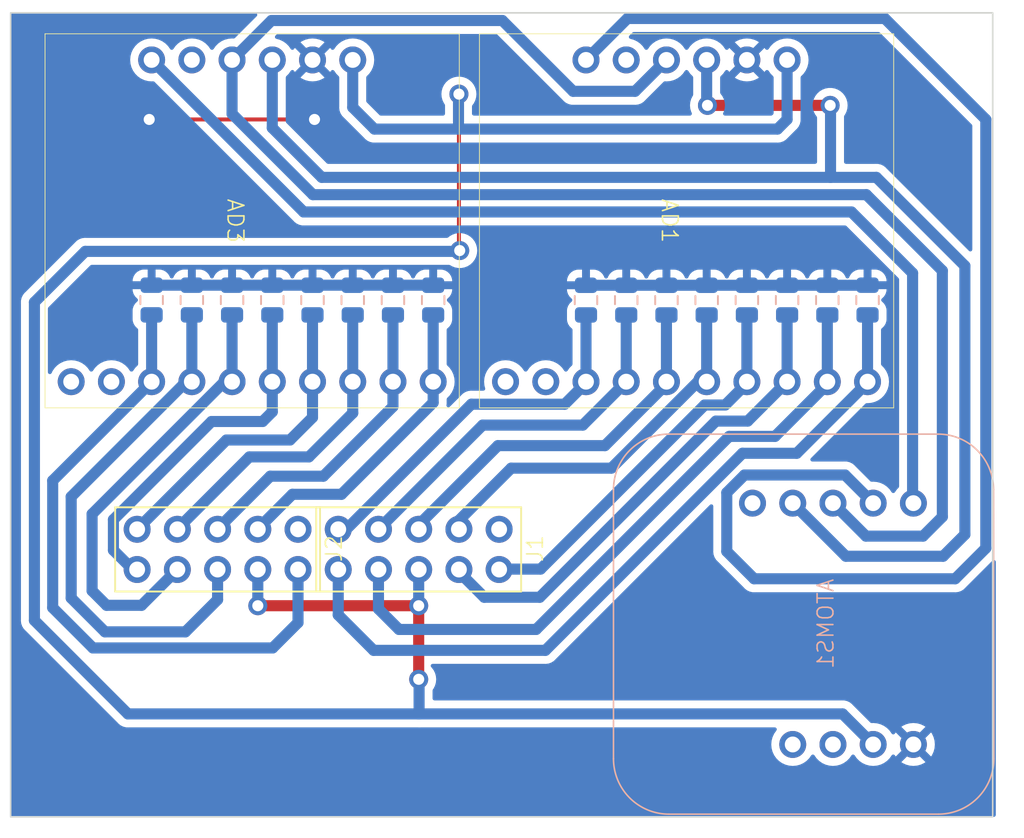
<source format=kicad_pcb>
(kicad_pcb (version 20221018) (generator pcbnew)
  (layers (0 "F.Cu" signal) (31 "B.Cu" signal) (34 "B.Paste" user) (35 "F.Paste" user) (36 "B.SilkS" user "B.Silkscreen") (37 "F.SilkS" user "F.Silkscreen") (38 "B.Mask" user) (39 "F.Mask" user) (44 "Edge.Cuts" user))
  (net 0 "")
  (net 1 "/1_I07")
  (net 2 "/1_I06")
  (net 3 "/1_I05")
  (net 4 "/1_I04")
  (net 5 "+5V")
  (net 6 "/1_I03")
  (net 7 "/1_I02")
  (net 8 "/1_I01")
  (net 9 "/1_I00")
  (net 11 "/2_I07")
  (net 12 "/2_I06")
  (net 13 "/2_I05")
  (net 14 "/2_I04")
  (net 15 "/2_I03")
  (net 16 "/2_I02")
  (net 17 "/2_I00")
  (net 19 "GND2")
  (net 20 "/SCL")
  (net 21 "/SDA")
  (net 22 "/2_I01")
  (net 24 "/G7")
  (net 30 "/G8")
  (footprint "EC_Buying_AD5593:EC Buying AD5593" (layer "F.Cu") (at 52.7304 61.6712 -90)
    (fp_text reference "AD1" (at 0 -10.366 -90 unlocked) (layer "F.SilkS") (effects (font (thickness 0.1))))
    (fp_text value "~")
    (fp_line (start -11.811 -24.511) (end -11.811 1.651) (stroke (width 0.05)) (layer "F.SilkS"))
    (fp_line (start -11.811 -24.511) (end 11.811 -24.511) (stroke (width 0.05)) (layer "F.SilkS"))
    (fp_line (start 11.811 -24.511) (end 11.811 1.651) (stroke (width 0.05)) (layer "F.SilkS"))
    (fp_line (start 11.811 1.651) (end -11.811 1.651) (stroke (width 0.05)) (layer "F.SilkS"))
    (pad "1" thru_hole circle (at -10.16 -17.78 270) (size 1.7 1.7) (drill 1) (layers "*.Cu" "*.Mask") (net 5 "+5V"))
    (pad "2" thru_hole circle (at -10.16 -15.24 270) (size 1.7 1.7) (drill 1) (layers "*.Cu" "*.Mask") (net 19 "GND2"))
    (pad "3" thru_hole circle (at -10.16 -12.7 270) (size 1.7 1.7) (drill 1) (layers "*.Cu" "*.Mask") (net 20 "/SCL"))
    (pad "4" thru_hole circle (at -10.16 -10.16 270) (size 1.7 1.7) (drill 1) (layers "*.Cu" "*.Mask") (net 21 "/SDA"))
    (pad "5" thru_hole circle (at -10.16 -7.62 270) (size 1.7 1.7) (drill 1) (layers "*.Cu" "*.Mask"))
    (pad "6" thru_hole circle (at -10.16 -5.08 270) (size 1.7 1.7) (drill 1) (layers "*.Cu" "*.Mask") (net 24 "/G7"))
    (pad "7" thru_hole circle (at 10.16 0 270) (size 1.7 1.7) (drill 1) (layers "*.Cu" "*.Mask"))
    (pad "8" thru_hole circle (at 10.16 -2.54 270) (size 1.7 1.7) (drill 1) (layers "*.Cu" "*.Mask"))
    (pad "9" thru_hole circle (at 10.16 -5.08 270) (size 1.7 1.7) (drill 1) (layers "*.Cu" "*.Mask") (net 6 "/1_I03"))
    (pad "10" thru_hole circle (at 10.16 -7.62 270) (size 1.7 1.7) (drill 1) (layers "*.Cu" "*.Mask") (net 7 "/1_I02"))
    (pad "11" thru_hole circle (at 10.16 -10.16 270) (size 1.7 1.7) (drill 1) (layers "*.Cu" "*.Mask") (net 8 "/1_I01"))
    (pad "12" thru_hole circle (at 10.16 -12.7 270) (size 1.7 1.7) (drill 1) (layers "*.Cu" "*.Mask") (net 9 "/1_I00"))
    (pad "13" thru_hole circle (at 10.16 -15.24 270) (size 1.7 1.7) (drill 1) (layers "*.Cu" "*.Mask") (net 17 "/2_I00"))
    (pad "14" thru_hole circle (at 10.16 -17.78 270) (size 1.7 1.7) (drill 1) (layers "*.Cu" "*.Mask") (net 22 "/2_I01"))
    (pad "15" thru_hole circle (at 10.16 -20.32 270) (size 1.7 1.7) (drill 1) (layers "*.Cu" "*.Mask") (net 16 "/2_I02"))
    (pad "16" thru_hole circle (at 10.16 -22.86 270) (size 1.7 1.7) (drill 1) (layers "*.Cu" "*.Mask") (net 15 "/2_I03"))
  )
  (footprint "EC_Buying_AD5593:EC Buying AD5593" (layer "F.Cu") (at 25.2984 61.6712 -90)
    (fp_text reference "AD3" (at 0 -10.366 -90 unlocked) (layer "F.SilkS") (effects (font (thickness 0.1))))
    (fp_text value "~")
    (fp_line (start -11.811 -24.511) (end -11.811 1.651) (stroke (width 0.05)) (layer "F.SilkS"))
    (fp_line (start -11.811 -24.511) (end 11.811 -24.511) (stroke (width 0.05)) (layer "F.SilkS"))
    (fp_line (start 11.811 -24.511) (end 11.811 1.651) (stroke (width 0.05)) (layer "F.SilkS"))
    (fp_line (start 11.811 1.651) (end -11.811 1.651) (stroke (width 0.05)) (layer "F.SilkS"))
    (pad "1" thru_hole circle (at -10.16 -17.78 270) (size 1.7 1.7) (drill 1) (layers "*.Cu" "*.Mask") (net 5 "+5V"))
    (pad "2" thru_hole circle (at -10.16 -15.24 270) (size 1.7 1.7) (drill 1) (layers "*.Cu" "*.Mask") (net 19 "GND2"))
    (pad "3" thru_hole circle (at -10.16 -12.7 270) (size 1.7 1.7) (drill 1) (layers "*.Cu" "*.Mask") (net 20 "/SCL"))
    (pad "4" thru_hole circle (at -10.16 -10.16 270) (size 1.7 1.7) (drill 1) (layers "*.Cu" "*.Mask") (net 21 "/SDA"))
    (pad "5" thru_hole circle (at -10.16 -7.62 270) (size 1.7 1.7) (drill 1) (layers "*.Cu" "*.Mask"))
    (pad "6" thru_hole circle (at -10.16 -5.08 270) (size 1.7 1.7) (drill 1) (layers "*.Cu" "*.Mask") (net 30 "/G8"))
    (pad "7" thru_hole circle (at 10.16 0 270) (size 1.7 1.7) (drill 1) (layers "*.Cu" "*.Mask"))
    (pad "8" thru_hole circle (at 10.16 -2.54 270) (size 1.7 1.7) (drill 1) (layers "*.Cu" "*.Mask"))
    (pad "9" thru_hole circle (at 10.16 -5.08 270) (size 1.7 1.7) (drill 1) (layers "*.Cu" "*.Mask") (net 14 "/2_I04"))
    (pad "10" thru_hole circle (at 10.16 -7.62 270) (size 1.7 1.7) (drill 1) (layers "*.Cu" "*.Mask") (net 13 "/2_I05"))
    (pad "11" thru_hole circle (at 10.16 -10.16 270) (size 1.7 1.7) (drill 1) (layers "*.Cu" "*.Mask") (net 12 "/2_I06"))
    (pad "12" thru_hole circle (at 10.16 -12.7 270) (size 1.7 1.7) (drill 1) (layers "*.Cu" "*.Mask") (net 11 "/2_I07"))
    (pad "13" thru_hole circle (at 10.16 -15.24 270) (size 1.7 1.7) (drill 1) (layers "*.Cu" "*.Mask") (net 1 "/1_I07"))
    (pad "14" thru_hole circle (at 10.16 -17.78 270) (size 1.7 1.7) (drill 1) (layers "*.Cu" "*.Mask") (net 2 "/1_I06"))
    (pad "15" thru_hole circle (at 10.16 -20.32 270) (size 1.7 1.7) (drill 1) (layers "*.Cu" "*.Mask") (net 3 "/1_I05"))
    (pad "16" thru_hole circle (at 10.16 -22.86 270) (size 1.7 1.7) (drill 1) (layers "*.Cu" "*.Mask") (net 4 "/1_I04"))
  )
  (footprint "PCM_4ms_Connector:Pins_2x05_2.54mm_TH" (layer "F.Cu") (at 47.244 82.423 -90)
    (fp_text reference "J1" (at -0.05 -7.35 90) (layer "F.SilkS") (effects (font (thickness 0.1))))
    (fp_text value "Pins_02x05" hide)
    (fp_line (start -2.66 -6.47) (end -2.66 6.47) (stroke (width 0.12)) (layer "F.SilkS"))
    (fp_line (start -2.66 6.47) (end 2.66 6.47) (stroke (width 0.12)) (layer "F.SilkS"))
    (fp_line (start 2.66 -6.47) (end -2.66 -6.47) (stroke (width 0.12)) (layer "F.SilkS"))
    (fp_line (start 2.66 6.47) (end 2.66 -6.47) (stroke (width 0.12)) (layer "F.SilkS"))
    (pad "1" thru_hole oval (at -1.27 -5.08 270) (size 1.7 1.7) (drill 1) (layers "*.Cu" "*.Mask"))
    (pad "2" thru_hole oval (at 1.27 -5.08 270) (size 1.7 1.7) (drill 1) (layers "*.Cu" "*.Mask") (net 17 "/2_I00"))
    (pad "3" thru_hole oval (at -1.27 -2.54 270) (size 1.7 1.7) (drill 1) (layers "*.Cu" "*.Mask") (net 9 "/1_I00"))
    (pad "4" thru_hole oval (at 1.27 -2.54 270) (size 1.7 1.7) (drill 1) (layers "*.Cu" "*.Mask") (net 22 "/2_I01"))
    (pad "5" thru_hole oval (at -1.27 0 270) (size 1.7 1.7) (drill 1) (layers "*.Cu" "*.Mask") (net 8 "/1_I01"))
    (pad "6" thru_hole oval (at 1.27 0 270) (size 1.7 1.7) (drill 1) (layers "*.Cu" "*.Mask") (net 5 "+5V"))
    (pad "7" thru_hole oval (at -1.27 2.54 270) (size 1.7 1.7) (drill 1) (layers "*.Cu" "*.Mask") (net 7 "/1_I02"))
    (pad "8" thru_hole oval (at 1.27 2.54 270) (size 1.7 1.7) (drill 1) (layers "*.Cu" "*.Mask") (net 16 "/2_I02"))
    (pad "9" thru_hole oval (at -1.27 5.08 270) (size 1.7 1.7) (drill 1) (layers "*.Cu" "*.Mask") (net 6 "/1_I03"))
    (pad "10" thru_hole oval (at 1.27 5.08 270) (size 1.7 1.7) (drill 1) (layers "*.Cu" "*.Mask") (net 15 "/2_I03"))
  )
  (footprint "PCM_4ms_Connector:Pins_2x05_2.54mm_TH" (layer "F.Cu") (at 34.544 82.423 -90)
    (fp_text reference "J2" (at -0.05 -7.35 90) (layer "F.SilkS") (effects (font (thickness 0.1))))
    (fp_text value "Pins_02x05" hide)
    (fp_line (start -2.66 -6.47) (end -2.66 6.47) (stroke (width 0.12)) (layer "F.SilkS"))
    (fp_line (start -2.66 6.47) (end 2.66 6.47) (stroke (width 0.12)) (layer "F.SilkS"))
    (fp_line (start 2.66 -6.47) (end -2.66 -6.47) (stroke (width 0.12)) (layer "F.SilkS"))
    (fp_line (start 2.66 6.47) (end 2.66 -6.47) (stroke (width 0.12)) (layer "F.SilkS"))
    (pad "1" thru_hole oval (at -1.27 -5.08 270) (size 1.7 1.7) (drill 1) (layers "*.Cu" "*.Mask"))
    (pad "2" thru_hole oval (at 1.27 -5.08 270) (size 1.7 1.7) (drill 1) (layers "*.Cu" "*.Mask") (net 14 "/2_I04"))
    (pad "3" thru_hole oval (at -1.27 -2.54 270) (size 1.7 1.7) (drill 1) (layers "*.Cu" "*.Mask") (net 4 "/1_I04"))
    (pad "4" thru_hole oval (at 1.27 -2.54 270) (size 1.7 1.7) (drill 1) (layers "*.Cu" "*.Mask") (net 5 "+5V"))
    (pad "5" thru_hole oval (at -1.27 0 270) (size 1.7 1.7) (drill 1) (layers "*.Cu" "*.Mask") (net 3 "/1_I05"))
    (pad "6" thru_hole oval (at 1.27 0 270) (size 1.7 1.7) (drill 1) (layers "*.Cu" "*.Mask") (net 13 "/2_I05"))
    (pad "7" thru_hole oval (at -1.27 2.54 270) (size 1.7 1.7) (drill 1) (layers "*.Cu" "*.Mask") (net 2 "/1_I06"))
    (pad "8" thru_hole oval (at 1.27 2.54 270) (size 1.7 1.7) (drill 1) (layers "*.Cu" "*.Mask") (net 12 "/2_I06"))
    (pad "9" thru_hole oval (at -1.27 5.08 270) (size 1.7 1.7) (drill 1) (layers "*.Cu" "*.Mask") (net 1 "/1_I07"))
    (pad "10" thru_hole oval (at 1.27 5.08 270) (size 1.7 1.7) (drill 1) (layers "*.Cu" "*.Mask") (net 11 "/2_I07"))
  )
  (footprint "PCM_4ms_Resistor:R_0805_2012Metric" (layer "B.Cu") (at 73.0504 66.6773 90)
    (fp_text reference "R11" hide)
    (fp_text value "R_US" hide)
    (fp_line (start -0.258578 -0.71) (end 0.258578 -0.71) (stroke (width 0.12)) (layer "B.SilkS"))
    (fp_line (start -0.258578 0.71) (end 0.258578 0.71) (stroke (width 0.12)) (layer "B.SilkS"))
    (pad "1" smd roundrect (at -0.9375 0 90) (size 0.975 1.4) (layers "B.Cu" "B.Paste" "B.Mask") (net 16 "/2_I02"))
    (pad "2" smd roundrect (at 0.9375 0 90) (size 0.975 1.4) (layers "B.Cu" "B.Paste" "B.Mask") (net 19 "GND2"))
  )
  (footprint "PCM_4ms_Resistor:R_0805_2012Metric" (layer "B.Cu") (at 40.5384 66.6773 90)
    (fp_text reference "R8" hide)
    (fp_text value "R_US" hide)
    (fp_line (start -0.258578 -0.71) (end 0.258578 -0.71) (stroke (width 0.12)) (layer "B.SilkS"))
    (fp_line (start -0.258578 0.71) (end 0.258578 0.71) (stroke (width 0.12)) (layer "B.SilkS"))
    (pad "1" smd roundrect (at -0.9375 0 90) (size 0.975 1.4) (layers "B.Cu" "B.Paste" "B.Mask") (net 1 "/1_I07"))
    (pad "2" smd roundrect (at 0.9375 0 90) (size 0.975 1.4) (layers "B.Cu" "B.Paste" "B.Mask") (net 19 "GND2"))
  )
  (footprint "PCM_4ms_Resistor:R_0805_2012Metric" (layer "B.Cu") (at 62.8904 66.6796 90)
    (fp_text reference "R2" hide)
    (fp_text value "R_US" hide)
    (fp_line (start -0.258578 -0.71) (end 0.258578 -0.71) (stroke (width 0.12)) (layer "B.SilkS"))
    (fp_line (start -0.258578 0.71) (end 0.258578 0.71) (stroke (width 0.12)) (layer "B.SilkS"))
    (pad "1" smd roundrect (at -0.9375 0 90) (size 0.975 1.4) (layers "B.Cu" "B.Paste" "B.Mask") (net 8 "/1_I01"))
    (pad "2" smd roundrect (at 0.9375 0 90) (size 0.975 1.4) (layers "B.Cu" "B.Paste" "B.Mask") (net 19 "GND2"))
  )
  (footprint "PCM_4ms_Resistor:R_0805_2012Metric" (layer "B.Cu") (at 75.5904 66.675 90)
    (fp_text reference "R12" hide)
    (fp_text value "R_US" hide)
    (fp_line (start -0.258578 -0.71) (end 0.258578 -0.71) (stroke (width 0.12)) (layer "B.SilkS"))
    (fp_line (start -0.258578 0.71) (end 0.258578 0.71) (stroke (width 0.12)) (layer "B.SilkS"))
    (pad "1" smd roundrect (at -0.9375 0 90) (size 0.975 1.4) (layers "B.Cu" "B.Paste" "B.Mask") (net 15 "/2_I03"))
    (pad "2" smd roundrect (at 0.9375 0 90) (size 0.975 1.4) (layers "B.Cu" "B.Paste" "B.Mask") (net 19 "GND2"))
  )
  (footprint "PCM_4ms_Resistor:R_0805_2012Metric" (layer "B.Cu") (at 67.9704 66.6773 90)
    (fp_text reference "R9" hide)
    (fp_text value "R_US" hide)
    (fp_line (start -0.258578 -0.71) (end 0.258578 -0.71) (stroke (width 0.12)) (layer "B.SilkS"))
    (fp_line (start -0.258578 0.71) (end 0.258578 0.71) (stroke (width 0.12)) (layer "B.SilkS"))
    (pad "1" smd roundrect (at -0.9375 0 90) (size 0.975 1.4) (layers "B.Cu" "B.Paste" "B.Mask") (net 17 "/2_I00"))
    (pad "2" smd roundrect (at 0.9375 0 90) (size 0.975 1.4) (layers "B.Cu" "B.Paste" "B.Mask") (net 19 "GND2"))
  )
  (footprint "PCM_4ms_Resistor:R_0805_2012Metric" (layer "B.Cu") (at 43.0784 66.6773 90)
    (fp_text reference "R7" hide)
    (fp_text value "R_US" hide)
    (fp_line (start -0.258578 -0.71) (end 0.258578 -0.71) (stroke (width 0.12)) (layer "B.SilkS"))
    (fp_line (start -0.258578 0.71) (end 0.258578 0.71) (stroke (width 0.12)) (layer "B.SilkS"))
    (pad "1" smd roundrect (at -0.9375 0 90) (size 0.975 1.4) (layers "B.Cu" "B.Paste" "B.Mask") (net 2 "/1_I06"))
    (pad "2" smd roundrect (at 0.9375 0 90) (size 0.975 1.4) (layers "B.Cu" "B.Paste" "B.Mask") (net 19 "GND2"))
  )
  (footprint "PCM_4ms_Resistor:R_0805_2012Metric" (layer "B.Cu") (at 30.3784 66.675 90)
    (fp_text reference "R13" hide)
    (fp_text value "R_US" hide)
    (fp_line (start -0.258578 -0.71) (end 0.258578 -0.71) (stroke (width 0.12)) (layer "B.SilkS"))
    (fp_line (start -0.258578 0.71) (end 0.258578 0.71) (stroke (width 0.12)) (layer "B.SilkS"))
    (pad "1" smd roundrect (at -0.9375 0 90) (size 0.975 1.4) (layers "B.Cu" "B.Paste" "B.Mask") (net 14 "/2_I04"))
    (pad "2" smd roundrect (at 0.9375 0 90) (size 0.975 1.4) (layers "B.Cu" "B.Paste" "B.Mask") (net 19 "GND2"))
  )
  (footprint "PCM_4ms_Resistor:R_0805_2012Metric" (layer "B.Cu") (at 60.3504 66.6796 90)
    (fp_text reference "R3" hide)
    (fp_text value "R_US" hide)
    (fp_line (start -0.258578 -0.71) (end 0.258578 -0.71) (stroke (width 0.12)) (layer "B.SilkS"))
    (fp_line (start -0.258578 0.71) (end 0.258578 0.71) (stroke (width 0.12)) (layer "B.SilkS"))
    (pad "1" smd roundrect (at -0.9375 0 90) (size 0.975 1.4) (layers "B.Cu" "B.Paste" "B.Mask") (net 7 "/1_I02"))
    (pad "2" smd roundrect (at 0.9375 0 90) (size 0.975 1.4) (layers "B.Cu" "B.Paste" "B.Mask") (net 19 "GND2"))
  )
  (footprint "ATOM_S3:ATOM_S3" (layer "B.Cu") (at 75.946 86.442 -90)
    (fp_text reference "ATOMS1" (at 0.68 3 90 unlocked) (layer "B.SilkS") (effects (font (thickness 0.1)) (justify mirror)))
    (fp_text value "~")
    (fp_line (start -11.3 12.9) (end -11.3 -4.1) (stroke (width 0.1)) (layer "B.SilkS"))
    (fp_line (start 9.2 -7.62) (end -7.8 -7.6) (stroke (width 0.1)) (layer "B.SilkS"))
    (fp_line (start 9.2 16.4) (end -7.8 16.4) (stroke (width 0.1)) (layer "B.SilkS"))
    (fp_line (start 12.7 -4.12) (end 12.7 12.9) (stroke (width 0.1)) (layer "B.SilkS"))
    (fp_arc (start -11.3 -4.1) (mid -10.274874 -6.574874) (end -7.8 -7.6) (stroke (width 0.1)) (layer "B.SilkS"))
    (fp_arc (start -7.8 16.4) (mid -10.274874 15.374874) (end -11.3 12.9) (stroke (width 0.1)) (layer "B.SilkS"))
    (fp_arc (start 9.2 -7.62) (mid 11.674874 -6.594874) (end 12.7 -4.12) (stroke (width 0.1)) (layer "B.SilkS"))
    (fp_arc (start 12.7 12.9) (mid 11.674874 15.374874) (end 9.2 16.4) (stroke (width 0.1)) (layer "B.SilkS"))
    (pad "1" thru_hole circle (at -6.94 7.62 270) (size 1.7 1.7) (drill 1) (layers "*.Cu" "*.Mask"))
    (pad "2" thru_hole circle (at -6.94 5.08 270) (size 1.7 1.7) (drill 1) (layers "*.Cu" "*.Mask") (net 20 "/SCL"))
    (pad "3" thru_hole circle (at -6.94 2.54 270) (size 1.7 1.7) (drill 1) (layers "*.Cu" "*.Mask") (net 21 "/SDA"))
    (pad "4" thru_hole circle (at -6.94 0 270) (size 1.7 1.7) (drill 1) (layers "*.Cu" "*.Mask") (net 24 "/G7"))
    (pad "5" thru_hole circle (at -6.94 -2.54 270) (size 1.7 1.7) (drill 1) (layers "*.Cu" "*.Mask") (net 30 "/G8"))
    (pad "10" thru_hole circle (at 8.3 -2.54 270) (size 1.7 1.7) (drill 1) (layers "*.Cu" "*.Mask") (net 19 "GND2"))
    (pad "11" thru_hole circle (at 8.3 0 270) (size 1.7 1.7) (drill 1) (layers "*.Cu" "*.Mask") (net 5 "+5V"))
    (pad "12" thru_hole circle (at 8.3 2.54 270) (size 1.7 1.7) (drill 1) (layers "*.Cu" "*.Mask"))
    (pad "13" thru_hole circle (at 8.3 5.08 270) (size 1.7 1.7) (drill 1) (layers "*.Cu" "*.Mask"))
  )
  (footprint "PCM_4ms_Resistor:R_0805_2012Metric" (layer "B.Cu") (at 37.9984 66.675 90)
    (fp_text reference "R16" hide)
    (fp_text value "R_US" hide)
    (fp_line (start -0.258578 -0.71) (end 0.258578 -0.71) (stroke (width 0.12)) (layer "B.SilkS"))
    (fp_line (start -0.258578 0.71) (end 0.258578 0.71) (stroke (width 0.12)) (layer "B.SilkS"))
    (pad "1" smd roundrect (at -0.9375 0 90) (size 0.975 1.4) (layers "B.Cu" "B.Paste" "B.Mask") (net 11 "/2_I07"))
    (pad "2" smd roundrect (at 0.9375 0 90) (size 0.975 1.4) (layers "B.Cu" "B.Paste" "B.Mask") (net 19 "GND2"))
  )
  (footprint "PCM_4ms_Resistor:R_0805_2012Metric" (layer "B.Cu") (at 45.6184 66.6773 90)
    (fp_text reference "R6" hide)
    (fp_text value "R_US" hide)
    (fp_line (start -0.258578 -0.71) (end 0.258578 -0.71) (stroke (width 0.12)) (layer "B.SilkS"))
    (fp_line (start -0.258578 0.71) (end 0.258578 0.71) (stroke (width 0.12)) (layer "B.SilkS"))
    (pad "1" smd roundrect (at -0.9375 0 90) (size 0.975 1.4) (layers "B.Cu" "B.Paste" "B.Mask") (net 3 "/1_I05"))
    (pad "2" smd roundrect (at 0.9375 0 90) (size 0.975 1.4) (layers "B.Cu" "B.Paste" "B.Mask") (net 19 "GND2"))
  )
  (footprint "PCM_4ms_Resistor:R_0805_2012Metric" (layer "B.Cu") (at 32.9184 66.675 90)
    (fp_text reference "R14" hide)
    (fp_text value "R_US" hide)
    (fp_line (start -0.258578 -0.71) (end 0.258578 -0.71) (stroke (width 0.12)) (layer "B.SilkS"))
    (fp_line (start -0.258578 0.71) (end 0.258578 0.71) (stroke (width 0.12)) (layer "B.SilkS"))
    (pad "1" smd roundrect (at -0.9375 0 90) (size 0.975 1.4) (layers "B.Cu" "B.Paste" "B.Mask") (net 13 "/2_I05"))
    (pad "2" smd roundrect (at 0.9375 0 90) (size 0.975 1.4) (layers "B.Cu" "B.Paste" "B.Mask") (net 19 "GND2"))
  )
  (footprint "PCM_4ms_Resistor:R_0805_2012Metric" (layer "B.Cu") (at 48.1584 66.6773 90)
    (fp_text reference "R5" hide)
    (fp_text value "R_US" hide)
    (fp_line (start -0.258578 -0.71) (end 0.258578 -0.71) (stroke (width 0.12)) (layer "B.SilkS"))
    (fp_line (start -0.258578 0.71) (end 0.258578 0.71) (stroke (width 0.12)) (layer "B.SilkS"))
    (pad "1" smd roundrect (at -0.9375 0 90) (size 0.975 1.4) (layers "B.Cu" "B.Paste" "B.Mask") (net 4 "/1_I04"))
    (pad "2" smd roundrect (at 0.9375 0 90) (size 0.975 1.4) (layers "B.Cu" "B.Paste" "B.Mask") (net 19 "GND2"))
  )
  (footprint "PCM_4ms_Resistor:R_0805_2012Metric" (layer "B.Cu") (at 70.5104 66.6773 90)
    (fp_text reference "R10" hide)
    (fp_text value "R_US" hide)
    (fp_line (start -0.258578 -0.71) (end 0.258578 -0.71) (stroke (width 0.12)) (layer "B.SilkS"))
    (fp_line (start -0.258578 0.71) (end 0.258578 0.71) (stroke (width 0.12)) (layer "B.SilkS"))
    (pad "1" smd roundrect (at -0.9375 0 90) (size 0.975 1.4) (layers "B.Cu" "B.Paste" "B.Mask") (net 22 "/2_I01"))
    (pad "2" smd roundrect (at 0.9375 0 90) (size 0.975 1.4) (layers "B.Cu" "B.Paste" "B.Mask") (net 19 "GND2"))
  )
  (footprint "PCM_4ms_Resistor:R_0805_2012Metric" (layer "B.Cu") (at 35.4584 66.675 90)
    (fp_text reference "R15" hide)
    (fp_text value "R_US" hide)
    (fp_line (start -0.258578 -0.71) (end 0.258578 -0.71) (stroke (width 0.12)) (layer "B.SilkS"))
    (fp_line (start -0.258578 0.71) (end 0.258578 0.71) (stroke (width 0.12)) (layer "B.SilkS"))
    (pad "1" smd roundrect (at -0.9375 0 90) (size 0.975 1.4) (layers "B.Cu" "B.Paste" "B.Mask") (net 12 "/2_I06"))
    (pad "2" smd roundrect (at 0.9375 0 90) (size 0.975 1.4) (layers "B.Cu" "B.Paste" "B.Mask") (net 19 "GND2"))
  )
  (footprint "PCM_4ms_Resistor:R_0805_2012Metric" (layer "B.Cu") (at 57.8104 66.6796 90)
    (fp_text reference "R4" hide)
    (fp_text value "R_US" hide)
    (fp_line (start -0.258578 -0.71) (end 0.258578 -0.71) (stroke (width 0.12)) (layer "B.SilkS"))
    (fp_line (start -0.258578 0.71) (end 0.258578 0.71) (stroke (width 0.12)) (layer "B.SilkS"))
    (pad "1" smd roundrect (at -0.9375 0 90) (size 0.975 1.4) (layers "B.Cu" "B.Paste" "B.Mask") (net 6 "/1_I03"))
    (pad "2" smd roundrect (at 0.9375 0 90) (size 0.975 1.4) (layers "B.Cu" "B.Paste" "B.Mask") (net 19 "GND2"))
  )
  (footprint "PCM_4ms_Resistor:R_0805_2012Metric" (layer "B.Cu") (at 65.4304 66.6796 90)
    (fp_text reference "R1" hide)
    (fp_text value "R_US" hide)
    (fp_line (start -0.258578 -0.71) (end 0.258578 -0.71) (stroke (width 0.12)) (layer "B.SilkS"))
    (fp_line (start -0.258578 0.71) (end 0.258578 0.71) (stroke (width 0.12)) (layer "B.SilkS"))
    (pad "1" smd roundrect (at -0.9375 0 90) (size 0.975 1.4) (layers "B.Cu" "B.Paste" "B.Mask") (net 9 "/1_I00"))
    (pad "2" smd roundrect (at 0.9375 0 90) (size 0.975 1.4) (layers "B.Cu" "B.Paste" "B.Mask") (net 19 "GND2"))
  )
  (gr_rect (start 21.4757 48.5394) (end 83.493 99.314) (stroke (width 0.1)) (fill none) (layer "Edge.Cuts"))
  (segment (start 40.5384 74.0918) (end 39.116 75.5142) (width 0.7) (layer "B.Cu") (net 1))
  (segment (start 40.5384 71.8312) (end 40.5384 67.6148) (width 0.7) (layer "B.Cu") (net 1))
  (segment (start 40.5384 71.8312) (end 40.5384 74.0918) (width 0.7) (layer "B.Cu") (net 1))
  (segment (start 39.116 75.5142) (end 35.1028 75.5142) (width 0.7) (layer "B.Cu") (net 1))
  (segment (start 35.1028 75.5142) (end 29.464 81.153) (width 0.7) (layer "B.Cu") (net 1))
  (segment (start 43.0784 73.8124) (end 40.3098 76.581) (width 0.7) (layer "B.Cu") (net 2))
  (segment (start 43.0784 71.8312) (end 43.0784 67.6148) (width 0.7) (layer "B.Cu") (net 2))
  (segment (start 40.3098 76.581) (end 36.5506 76.581) (width 0.7) (layer "B.Cu") (net 2))
  (segment (start 43.0784 71.8312) (end 43.0784 73.8124) (width 0.7) (layer "B.Cu") (net 2))
  (segment (start 32.004 81.1276) (end 32.004 81.153) (width 0.7) (layer "B.Cu") (net 2))
  (segment (start 36.5506 76.581) (end 32.004 81.1276) (width 0.7) (layer "B.Cu") (net 2))
  (segment (start 45.6184 71.8312) (end 45.6184 67.6148) (width 0.7) (layer "B.Cu") (net 3))
  (segment (start 45.6184 73.406) (end 41.2242 77.8002) (width 0.7) (layer "B.Cu") (net 3))
  (segment (start 34.544 81.1276) (end 34.544 81.153) (width 0.7) (layer "B.Cu") (net 3))
  (segment (start 41.2242 77.8002) (end 37.8714 77.8002) (width 0.7) (layer "B.Cu") (net 3))
  (segment (start 45.6184 71.8312) (end 45.6184 73.406) (width 0.7) (layer "B.Cu") (net 3))
  (segment (start 37.8714 77.8002) (end 34.544 81.1276) (width 0.7) (layer "B.Cu") (net 3))
  (segment (start 48.1584 73.152) (end 42.3672 78.9432) (width 0.7) (layer "B.Cu") (net 4))
  (segment (start 37.084 81.1276) (end 37.084 81.153) (width 0.7) (layer "B.Cu") (net 4))
  (segment (start 39.2684 78.9432) (end 37.084 81.1276) (width 0.7) (layer "B.Cu") (net 4))
  (segment (start 42.3672 78.9432) (end 39.2684 78.9432) (width 0.7) (layer "B.Cu") (net 4))
  (segment (start 48.1584 71.8312) (end 48.1584 67.6148) (width 0.7) (layer "B.Cu") (net 4))
  (segment (start 48.1584 71.8312) (end 48.1584 73.152) (width 0.7) (layer "B.Cu") (net 4))
  (segment (start 49.784 53.6702) (end 49.784 63.5) (width 0.25) (layer "F.Cu") (net 5))
  (segment (start 47.244 85.979) (end 47.244 90.6272) (width 0.7) (layer "F.Cu") (net 5))
  (segment (start 49.784 63.5) (end 49.8348 63.5508) (width 0.25) (layer "F.Cu") (net 5))
  (segment (start 37.084 85.979) (end 47.244 85.979) (width 0.7) (layer "F.Cu") (net 5))
  (via (at 47.244 90.6272) (size 1.2) (drill 0.7) (layers "F.Cu" "B.Cu") (net 5))
  (via (at 49.784 53.6702) (size 1.2) (drill 0.7) (layers "F.Cu" "B.Cu") (net 5))
  (via (at 47.244 85.979) (size 1.2) (drill 0.7) (layers "F.Cu" "B.Cu") (net 5))
  (via (at 49.8348 63.5508) (size 1.2) (drill 0.7) (layers "F.Cu" "B.Cu") (net 5))
  (via (at 37.084 85.979) (size 1.2) (drill 0.7) (layers "F.Cu" "B.Cu") (net 5))
  (segment (start 49.8348 63.5508) (end 49.784 63.6016) (width 0.7) (layer "B.Cu") (net 5))
  (segment (start 47.244 85.979) (end 47.244 83.693) (width 0.7) (layer "B.Cu") (net 5))
  (segment (start 69.9008 55.88) (end 70.5104 55.2704) (width 0.7) (layer "B.Cu") (net 5))
  (segment (start 47.2694 90.6526) (end 47.244 90.6272) (width 0.7) (layer "B.Cu") (net 5))
  (segment (start 43.0784 51.5112) (end 43.0784 54.5084) (width 0.7) (layer "B.Cu") (net 5))
  (segment (start 70.5104 55.2704) (end 70.5104 51.5112) (width 0.7) (layer "B.Cu") (net 5))
  (segment (start 22.976 86.9078) (end 28.8798 92.8116) (width 0.7) (layer "B.Cu") (net 5))
  (segment (start 47.244 92.8116) (end 47.2694 92.7862) (width 0.7) (layer "B.Cu") (net 5))
  (segment (start 26.1874 63.6016) (end 22.976 66.813) (width 0.7) (layer "B.Cu") (net 5))
  (segment (start 47.2694 92.7862) (end 47.2694 90.6526) (width 0.7) (layer "B.Cu") (net 5))
  (segment (start 37.084 85.979) (end 37.084 83.693) (width 0.7) (layer "B.Cu") (net 5))
  (segment (start 74.0156 92.8116) (end 75.946 94.742) (width 0.7) (layer "B.Cu") (net 5))
  (segment (start 44.45 55.88) (end 49.7586 55.88) (width 0.7) (layer "B.Cu") (net 5))
  (segment (start 47.2948 92.8116) (end 74.0156 92.8116) (width 0.7) (layer "B.Cu") (net 5))
  (segment (start 49.7586 53.6956) (end 49.784 53.6702) (width 0.7) (layer "B.Cu") (net 5))
  (segment (start 28.8798 92.8116) (end 47.244 92.8116) (width 0.7) (layer "B.Cu") (net 5))
  (segment (start 43.0784 54.5084) (end 44.45 55.88) (width 0.7) (layer "B.Cu") (net 5))
  (segment (start 49.7586 55.88) (end 49.7586 53.6956) (width 0.7) (layer "B.Cu") (net 5))
  (segment (start 49.7586 55.88) (end 69.9008 55.88) (width 0.7) (layer "B.Cu") (net 5))
  (segment (start 22.976 66.813) (end 22.976 86.9078) (width 0.7) (layer "B.Cu") (net 5))
  (segment (start 47.2694 92.7862) (end 47.2948 92.8116) (width 0.7) (layer "B.Cu") (net 5))
  (segment (start 49.784 63.6016) (end 26.1874 63.6016) (width 0.7) (layer "B.Cu") (net 5))
  (segment (start 57.8104 71.8312) (end 57.8104 67.6171) (width 0.7) (layer "B.Cu") (net 6))
  (segment (start 56.4642 73.2536) (end 57.8104 71.9074) (width 0.7) (layer "B.Cu") (net 6))
  (segment (start 50.5714 73.2536) (end 56.4642 73.2536) (width 0.7) (layer "B.Cu") (net 6))
  (segment (start 42.164 81.153) (end 42.672 81.153) (width 0.7) (layer "B.Cu") (net 6))
  (segment (start 57.8104 71.9074) (end 57.8104 71.8312) (width 0.7) (layer "B.Cu") (net 6))
  (segment (start 42.672 81.153) (end 50.5714 73.2536) (width 0.7) (layer "B.Cu") (net 6))
  (segment (start 57.6072 74.5744) (end 51.2826 74.5744) (width 0.7) (layer "B.Cu") (net 7))
  (segment (start 60.3504 71.8312) (end 60.3504 67.6171) (width 0.7) (layer "B.Cu") (net 7))
  (segment (start 51.2826 74.5744) (end 44.704 81.153) (width 0.7) (layer "B.Cu") (net 7))
  (segment (start 60.3504 71.8312) (end 57.6072 74.5744) (width 0.7) (layer "B.Cu") (net 7))
  (segment (start 62.8904 71.9836) (end 59.0042 75.8698) (width 0.7) (layer "B.Cu") (net 8))
  (segment (start 52.2478 75.8698) (end 47.244 80.8736) (width 0.7) (layer "B.Cu") (net 8))
  (segment (start 62.8904 71.8312) (end 62.8904 71.9836) (width 0.7) (layer "B.Cu") (net 8))
  (segment (start 47.244 80.8736) (end 47.244 81.153) (width 0.7) (layer "B.Cu") (net 8))
  (segment (start 59.0042 75.8698) (end 52.2478 75.8698) (width 0.7) (layer "B.Cu") (net 8))
  (segment (start 62.8904 71.8312) (end 62.8904 67.6171) (width 0.7) (layer "B.Cu") (net 8))
  (segment (start 49.784 80.5942) (end 49.784 81.153) (width 0.7) (layer "B.Cu") (net 9))
  (segment (start 64.874392 71.8312) (end 59.413392 77.2922) (width 0.7) (layer "B.Cu") (net 9))
  (segment (start 59.413392 77.2922) (end 53.086 77.2922) (width 0.7) (layer "B.Cu") (net 9))
  (segment (start 65.4304 71.8312) (end 65.4304 67.6171) (width 0.7) (layer "B.Cu") (net 9))
  (segment (start 53.086 77.2922) (end 49.784 80.5942) (width 0.7) (layer "B.Cu") (net 9))
  (segment (start 65.4304 71.8312) (end 64.874392 71.8312) (width 0.7) (layer "B.Cu") (net 9))
  (segment (start 27.9654 80.5434) (end 27.9654 82.4738) (width 0.7) (layer "B.Cu") (net 11))
  (segment (start 37.9984 71.8312) (end 37.9984 67.6125) (width 0.7) (layer "B.Cu") (net 11))
  (segment (start 37.3888 74.3458) (end 34.163 74.3458) (width 0.7) (layer "B.Cu") (net 11))
  (segment (start 37.9984 71.8312) (end 37.9984 73.7362) (width 0.7) (layer "B.Cu") (net 11))
  (segment (start 37.9984 73.7362) (end 37.3888 74.3458) (width 0.7) (layer "B.Cu") (net 11))
  (segment (start 34.163 74.3458) (end 27.9654 80.5434) (width 0.7) (layer "B.Cu") (net 11))
  (segment (start 27.9654 82.4738) (end 29.1846 83.693) (width 0.7) (layer "B.Cu") (net 11))
  (segment (start 29.1846 83.693) (end 29.464 83.693) (width 0.7) (layer "B.Cu") (net 11))
  (segment (start 29.7434 85.9536) (end 32.004 83.693) (width 0.7) (layer "B.Cu") (net 12))
  (segment (start 34.9758 71.8312) (end 26.6192 80.1878) (width 0.7) (layer "B.Cu") (net 12))
  (segment (start 35.4584 71.8312) (end 34.9758 71.8312) (width 0.7) (layer "B.Cu") (net 12))
  (segment (start 27.5336 85.9536) (end 29.7434 85.9536) (width 0.7) (layer "B.Cu") (net 12))
  (segment (start 26.6192 85.0392) (end 27.5336 85.9536) (width 0.7) (layer "B.Cu") (net 12))
  (segment (start 26.6192 80.1878) (end 26.6192 85.0392) (width 0.7) (layer "B.Cu") (net 12))
  (segment (start 35.4584 71.8312) (end 35.4584 67.6125) (width 0.7) (layer "B.Cu") (net 12))
  (segment (start 27.432 87.63) (end 32.512 87.63) (width 0.7) (layer "B.Cu") (net 13))
  (segment (start 25.2984 79.0956) (end 25.2984 85.4964) (width 0.7) (layer "B.Cu") (net 13))
  (segment (start 32.9184 71.8312) (end 32.9184 67.6125) (width 0.7) (layer "B.Cu") (net 13))
  (segment (start 32.5628 71.8312) (end 25.2984 79.0956) (width 0.7) (layer "B.Cu") (net 13))
  (segment (start 32.9184 71.8312) (end 32.5628 71.8312) (width 0.7) (layer "B.Cu") (net 13))
  (segment (start 25.2984 85.4964) (end 27.432 87.63) (width 0.7) (layer "B.Cu") (net 13))
  (segment (start 34.544 85.598) (end 34.544 83.693) (width 0.7) (layer "B.Cu") (net 13))
  (segment (start 32.512 87.63) (end 34.544 85.598) (width 0.7) (layer "B.Cu") (net 13))
  (segment (start 39.624 87.0458) (end 39.624 83.693) (width 0.7) (layer "B.Cu") (net 14))
  (segment (start 30.3784 71.8312) (end 30.3784 67.6125) (width 0.7) (layer "B.Cu") (net 14))
  (segment (start 24.13 78.0796) (end 24.13 86.106) (width 0.7) (layer "B.Cu") (net 14))
  (segment (start 30.3784 71.8312) (end 24.13 78.0796) (width 0.7) (layer "B.Cu") (net 14))
  (segment (start 26.67 88.646) (end 38.0238 88.646) (width 0.7) (layer "B.Cu") (net 14))
  (segment (start 24.13 86.106) (end 26.67 88.646) (width 0.7) (layer "B.Cu") (net 14))
  (segment (start 38.0238 88.646) (end 39.624 87.0458) (width 0.7) (layer "B.Cu") (net 14))
  (segment (start 75.5904 71.8312) (end 75.5904 67.6125) (width 0.7) (layer "B.Cu") (net 15))
  (segment (start 42.164 86.5632) (end 42.164 83.693) (width 0.7) (layer "B.Cu") (net 15))
  (segment (start 44.3992 88.7984) (end 42.164 86.5632) (width 0.7) (layer "B.Cu") (net 15))
  (segment (start 67.691 76.3524) (end 55.245 88.7984) (width 0.7) (layer "B.Cu") (net 15))
  (segment (start 75.5904 71.8312) (end 75.5904 71.882) (width 0.7) (layer "B.Cu") (net 15))
  (segment (start 75.5904 71.882) (end 71.12 76.3524) (width 0.7) (layer "B.Cu") (net 15))
  (segment (start 55.245 88.7984) (end 44.3992 88.7984) (width 0.7) (layer "B.Cu") (net 15))
  (segment (start 71.12 76.3524) (end 67.691 76.3524) (width 0.7) (layer "B.Cu") (net 15))
  (segment (start 54.6608 87.4776) (end 45.9994 87.4776) (width 0.7) (layer "B.Cu") (net 16))
  (segment (start 69.7484 75.2856) (end 66.8528 75.2856) (width 0.7) (layer "B.Cu") (net 16))
  (segment (start 66.8528 75.2856) (end 54.6608 87.4776) (width 0.7) (layer "B.Cu") (net 16))
  (segment (start 73.0504 71.8312) (end 73.0504 71.9836) (width 0.7) (layer "B.Cu") (net 16))
  (segment (start 44.704 86.1822) (end 44.704 83.693) (width 0.7) (layer "B.Cu") (net 16))
  (segment (start 45.9994 87.4776) (end 44.704 86.1822) (width 0.7) (layer "B.Cu") (net 16))
  (segment (start 73.0504 71.8312) (end 73.0504 67.6148) (width 0.7) (layer "B.Cu") (net 16))
  (segment (start 73.0504 71.9836) (end 69.7484 75.2856) (width 0.7) (layer "B.Cu") (net 16))
  (segment (start 52.3494 83.6676) (end 52.324 83.693) (width 0.7) (layer "B.Cu") (net 17))
  (segment (start 67.9704 71.8312) (end 67.9704 71.9328) (width 0.7) (layer "B.Cu") (net 17))
  (segment (start 65.3034 73.3044) (end 54.9402 83.6676) (width 0.7) (layer "B.Cu") (net 17))
  (segment (start 67.9704 71.9328) (end 66.5988 73.3044) (width 0.7) (layer "B.Cu") (net 17))
  (segment (start 66.5988 73.3044) (end 65.3034 73.3044) (width 0.7) (layer "B.Cu") (net 17))
  (segment (start 67.9704 71.8312) (end 67.9704 67.6148) (width 0.7) (layer "B.Cu") (net 17))
  (segment (start 54.9402 83.6676) (end 52.3494 83.6676) (width 0.7) (layer "B.Cu") (net 17))
  (segment (start 30.226 55.2704) (end 40.6654 55.2704) (width 0.25) (layer "F.Cu") (net 19))
  (via (at 30.226 55.2704) (size 1.2) (drill 0.7) (layers "F.Cu" "B.Cu") (net 19))
  (via (at 40.6654 55.2704) (size 1.2) (drill 0.7) (layers "F.Cu" "B.Cu") (net 19))
  (segment (start 75.5858 65.7421) (end 75.5904 65.7375) (width 0.7) (layer "B.Cu") (net 19))
  (segment (start 30.3784 65.7375) (end 48.1561 65.7375) (width 0.7) (layer "B.Cu") (net 19))
  (segment (start 57.8104 65.7421) (end 75.5858 65.7421) (width 0.7) (layer "B.Cu") (net 19))
  (segment (start 48.1561 65.7375) (end 48.1584 65.7398) (width 0.7) (layer "B.Cu") (net 19))
  (segment (start 65.4812 54.3814) (end 73.2282 54.3814) (width 0.7) (layer "F.Cu") (net 20))
  (via (at 65.4812 54.3814) (size 1.2) (drill 0.7) (layers "F.Cu" "B.Cu") (net 20))
  (via (at 73.2282 54.3814) (size 1.2) (drill 0.7) (layers "F.Cu" "B.Cu") (net 20))
  (segment (start 65.4304 54.3306) (end 65.4304 51.5112) (width 0.7) (layer "B.Cu") (net 20))
  (segment (start 37.9984 55.8038) (end 37.9984 51.5112) (width 0.7) (layer "B.Cu") (net 20))
  (segment (start 81.7372 81.4832) (end 81.7372 64.516) (width 0.7) (layer "B.Cu") (net 20))
  (segment (start 81.7372 64.516) (end 76.1492 58.928) (width 0.7) (layer "B.Cu") (net 20))
  (segment (start 73.2536 58.928) (end 73.2536 54.4068) (width 0.7) (layer "B.Cu") (net 20))
  (segment (start 70.866 79.502) (end 74.2188 82.8548) (width 0.7) (layer "B.Cu") (net 20))
  (segment (start 76.1492 58.928) (end 73.2536 58.928) (width 0.7) (layer "B.Cu") (net 20))
  (segment (start 73.2536 58.928) (end 41.1226 58.928) (width 0.7) (layer "B.Cu") (net 20))
  (segment (start 41.1226 58.928) (end 37.9984 55.8038) (width 0.7) (layer "B.Cu") (net 20))
  (segment (start 73.2536 54.4068) (end 73.2282 54.3814) (width 0.7) (layer "B.Cu") (net 20))
  (segment (start 65.4812 54.3814) (end 65.4304 54.3306) (width 0.7) (layer "B.Cu") (net 20))
  (segment (start 80.3656 82.8548) (end 81.7372 81.4832) (width 0.7) (layer "B.Cu") (net 20))
  (segment (start 74.2188 82.8548) (end 80.3656 82.8548) (width 0.7) (layer "B.Cu") (net 20))
  (segment (start 80.3148 64.8208) (end 75.5142 60.0202) (width 0.7) (layer "B.Cu") (net 21))
  (segment (start 79.0956 81.5848) (end 80.3148 80.3656) (width 0.7) (layer "B.Cu") (net 21))
  (segment (start 80.3148 80.3656) (end 80.3148 64.8208) (width 0.7) (layer "B.Cu") (net 21))
  (segment (start 56.9976 53.4924) (end 60.9092 53.4924) (width 0.7) (layer "B.Cu") (net 21))
  (segment (start 52.5272 49.022) (end 56.9976 53.4924) (width 0.7) (layer "B.Cu") (net 21))
  (segment (start 75.4888 81.5848) (end 79.0956 81.5848) (width 0.7) (layer "B.Cu") (net 21))
  (segment (start 35.4584 54.9148) (end 35.4584 51.5112) (width 0.7) (layer "B.Cu") (net 21))
  (segment (start 75.5142 60.0202) (end 40.5638 60.0202) (width 0.7) (layer "B.Cu") (net 21))
  (segment (start 40.5638 60.0202) (end 35.4584 54.9148) (width 0.7) (layer "B.Cu") (net 21))
  (segment (start 60.9092 53.4924) (end 62.8904 51.5112) (width 0.7) (layer "B.Cu") (net 21))
  (segment (start 37.9476 49.022) (end 52.5272 49.022) (width 0.7) (layer "B.Cu") (net 21))
  (segment (start 73.406 79.502) (end 75.4888 81.5848) (width 0.7) (layer "B.Cu") (net 21))
  (segment (start 35.4584 51.5112) (end 37.9476 49.022) (width 0.7) (layer "B.Cu") (net 21))
  (segment (start 49.784 83.8454) (end 49.784 83.693) (width 0.7) (layer "B.Cu") (net 22))
  (segment (start 70.5104 71.8312) (end 70.5104 67.6148) (width 0.7) (layer "B.Cu") (net 22))
  (segment (start 68.0212 74.3204) (end 66.0146 74.3204) (width 0.7) (layer "B.Cu") (net 22))
  (segment (start 66.0146 74.3204) (end 54.8894 85.4456) (width 0.7) (layer "B.Cu") (net 22))
  (segment (start 51.3842 85.4456) (end 49.784 83.8454) (width 0.7) (layer "B.Cu") (net 22))
  (segment (start 70.5104 71.8312) (end 68.0212 74.3204) (width 0.7) (layer "B.Cu") (net 22))
  (segment (start 54.8894 85.4456) (end 51.3842 85.4456) (width 0.7) (layer "B.Cu") (net 22))
  (segment (start 66.7004 82.55) (end 66.7004 78.8416) (width 0.7) (layer "B.Cu") (net 24))
  (segment (start 83.058 55.2704) (end 83.058 82.3468) (width 0.7) (layer "B.Cu") (net 24))
  (segment (start 74.168 77.724) (end 75.946 79.502) (width 0.7) (layer "B.Cu") (net 24))
  (segment (start 67.818 77.724) (end 74.168 77.724) (width 0.7) (layer "B.Cu") (net 24))
  (segment (start 68.4276 84.2772) (end 66.7004 82.55) (width 0.7) (layer "B.Cu") (net 24))
  (segment (start 83.058 82.3468) (end 81.1276 84.2772) (width 0.7) (layer "B.Cu") (net 24))
  (segment (start 66.7004 78.8416) (end 67.818 77.724) (width 0.7) (layer "B.Cu") (net 24))
  (segment (start 60.4266 48.895) (end 76.6826 48.895) (width 0.7) (layer "B.Cu") (net 24))
  (segment (start 57.8104 51.5112) (end 60.4266 48.895) (width 0.7) (layer "B.Cu") (net 24))
  (segment (start 81.1276 84.2772) (end 68.4276 84.2772) (width 0.7) (layer "B.Cu") (net 24))
  (segment (start 76.6826 48.895) (end 83.058 55.2704) (width 0.7) (layer "B.Cu") (net 24))
  (segment (start 39.9796 61.1124) (end 30.3784 51.5112) (width 0.7) (layer "B.Cu") (net 30))
  (segment (start 78.486 79.502) (end 78.4352 79.4512) (width 0.7) (layer "B.Cu") (net 30))
  (segment (start 78.4352 64.9732) (end 74.5744 61.1124) (width 0.7) (layer "B.Cu") (net 30))
  (segment (start 74.5744 61.1124) (end 39.9796 61.1124) (width 0.7) (layer "B.Cu") (net 30))
  (segment (start 78.4352 79.4512) (end 78.4352 64.9732) (width 0.7) (layer "B.Cu") (net 30))
  (zone (net 19) (net_name "GND2") (layer "B.Cu") (connect_pads (clearance 0.5)) (min_thickness 0.25) (fill yes (thermal_gap 0.5) (thermal_bridge_width 0.5))
    (polygon (pts (xy 20.8026 48.3108) (xy 84.6074 47.7266) (xy 85.471 100.0252) (xy 21.5138 100.6602)))
  )
)
</source>
